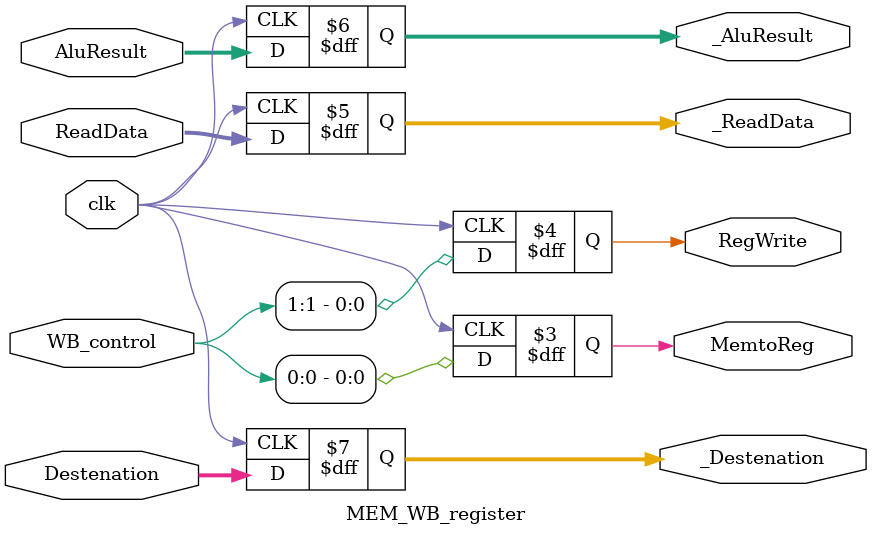
<source format=v>
module MEM_WB_register(
WB_control,MemtoReg,RegWrite,
ReadData,_ReadData,
AluResult,_AluResult,
Destenation,_Destenation,
clk
);
input clk;

input [1:0] WB_control;
output reg MemtoReg,RegWrite;

input wire [31:0] ReadData;
output reg [31:0] _ReadData;

input wire [31:0] AluResult;
output reg [31:0] _AluResult;

input wire [4:0] Destenation;
output reg [4:0] _Destenation;

always@(posedge clk)
begin
MemtoReg<=WB_control[0];
RegWrite<=WB_control[1];
_ReadData<=ReadData;
_AluResult<=AluResult;
_Destenation<=Destenation;
end
initial begin
MemtoReg<=0;
RegWrite<=0;
_ReadData<=0;
_AluResult<=0;
_Destenation<=0;
end

endmodule

</source>
